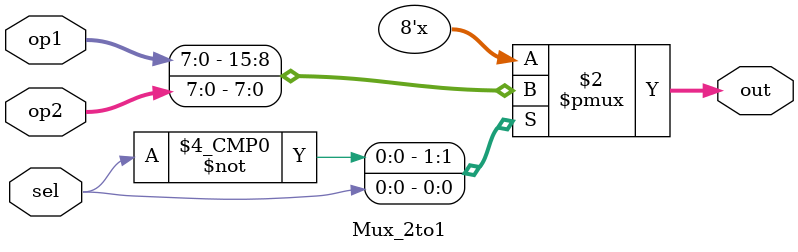
<source format=v>
module Mux_2to1 (
    input  wire       sel,
    input  wire [7:0] op1,
    input  wire [7:0] op2,
    output reg  [7:0] out
);

// to be instantiated:
// before alu operand B -> sel = alu_src, op1 = rb, op2 = if/id_reg.imm
// before addr pin in data memory -> sel = |(stackop), op1 = alu_res, op2 = sp_out (from sp logic)
// wb mux -> sel = memtoreg, op1 = alu_res, op2 = dataout

always @(*)
begin
    case (sel)
        'b0: out = op1;
        'b1: out = op2; 
    endcase
end
    
endmodule

</source>
